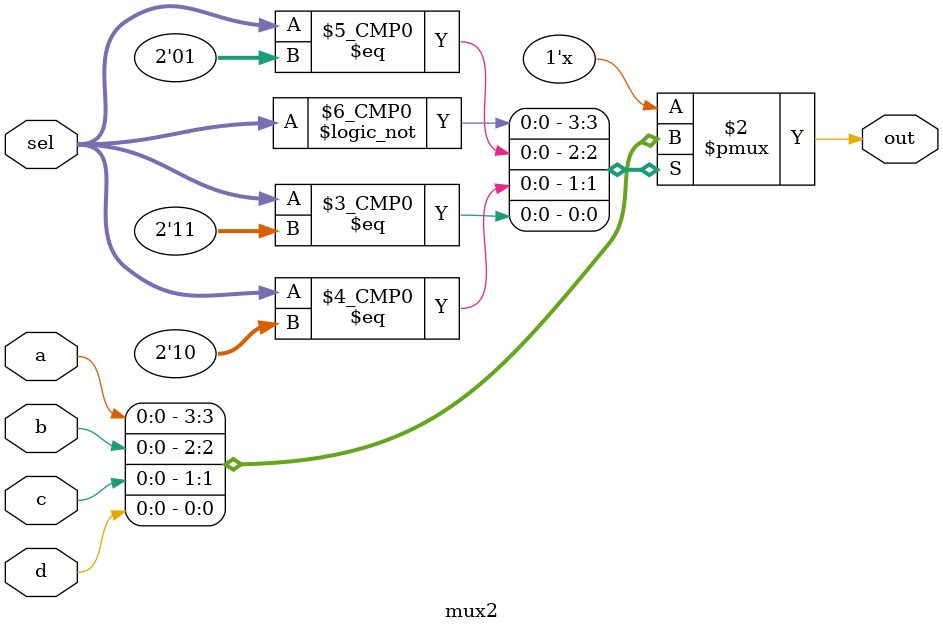
<source format=v>
module mux2
(
	input a,b,c,d,
	input [1:0] sel,
	output reg out
);
always @*
	begin
		case (sel)
			2'b00: out = a;
			2'b01: out = b;
			2'b10: out = c;
			2'b11: out = d;
		endcase
	end

endmodule

</source>
